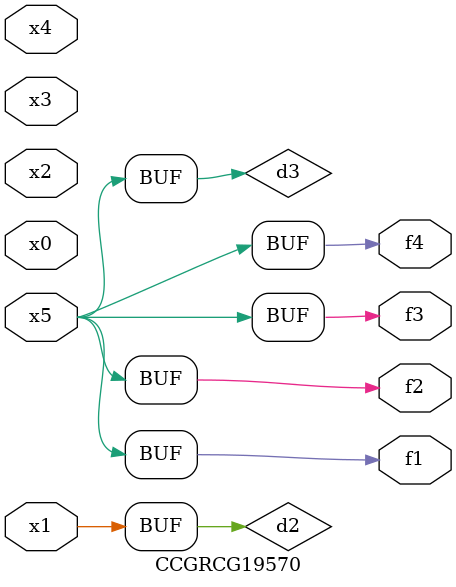
<source format=v>
module CCGRCG19570(
	input x0, x1, x2, x3, x4, x5,
	output f1, f2, f3, f4
);

	wire d1, d2, d3;

	not (d1, x5);
	or (d2, x1);
	xnor (d3, d1);
	assign f1 = d3;
	assign f2 = d3;
	assign f3 = d3;
	assign f4 = d3;
endmodule

</source>
